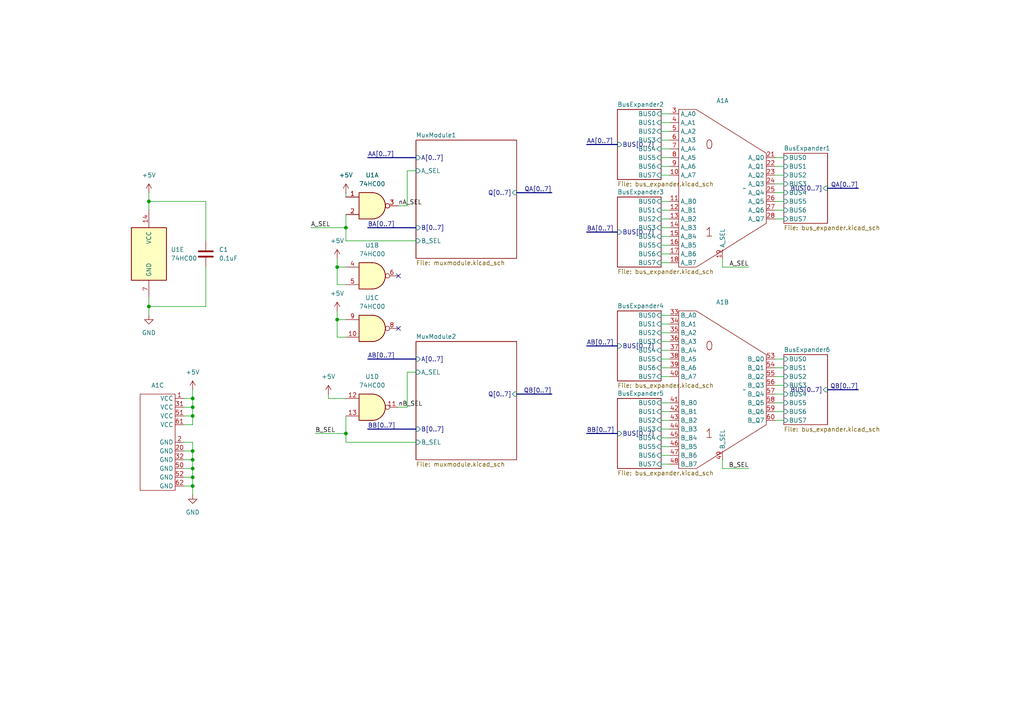
<source format=kicad_sch>
(kicad_sch (version 20231120) (generator "eeschema") (generator_version "8.0")
  (paper "A4")
  (lib_symbols
    (symbol "74xx:74HC00" (pin_names (offset 1.016))
      (property "Reference" "U" (at 0 1.27 0))
      (property "Value" "74HC00" (at 0 -1.27 0))
      (symbol "74HC00_1_1"
        (arc (start 0 -3.81) (mid 3.7934 0) (end 0 3.81) (stroke (width 0.254)) (fill (type background)))
        (polyline (pts (xy 0 3.81) (xy -3.81 3.81) (xy -3.81 -3.81) (xy 0 -3.81)) (stroke (width 0.254)) (fill (type background)))
        (pin input line (at -7.62 2.54 0) (length 3.81) (name "~") (number "1"))
        (pin input line (at -7.62 -2.54 0) (length 3.81) (name "~") (number "2"))
        (pin output inverted (at 7.62 0 180) (length 3.81) (name "~") (number "3"))
      )
      (symbol "74HC00_1_2"
        (arc (start -3.81 -3.81) (mid -2.589 0) (end -3.81 3.81) (stroke (width 0.254)))
        (arc (start -0.6096 -3.81) (mid 2.1842 -2.5851) (end 3.81 0) (stroke (width 0.254)) (fill (type background)))
        (polyline (pts (xy -3.81 -3.81) (xy -0.635 -3.81)) (stroke (width 0.254)) (fill (type background)))
        (polyline (pts (xy -3.81 3.81) (xy -0.635 3.81)) (stroke (width 0.254)) (fill (type background)))
        (polyline (pts (xy -0.635 3.81) (xy -3.81 3.81) (xy -3.81 3.81) (xy -3.556 3.4036) (xy -3.0226 2.2606) (xy -2.6924 1.0414) (xy -2.6162 -0.254) (xy -2.7686 -1.4986) (xy -3.175 -2.7178) (xy -3.81 -3.81) (xy -3.81 -3.81) (xy -0.635 -3.81)) (stroke (width -25.4)) (fill (type background)))
        (arc (start 3.81 0) (mid 2.1915 2.5936) (end -0.6096 3.81) (stroke (width 0.254)) (fill (type background)))
        (pin input inverted (at -7.62 2.54 0) (length 4.318) (name "~") (number "1"))
        (pin input inverted (at -7.62 -2.54 0) (length 4.318) (name "~") (number "2"))
        (pin output line (at 7.62 0 180) (length 3.81) (name "~") (number "3"))
      )
      (symbol "74HC00_2_1"
        (arc (start 0 -3.81) (mid 3.7934 0) (end 0 3.81) (stroke (width 0.254)) (fill (type background)))
        (polyline (pts (xy 0 3.81) (xy -3.81 3.81) (xy -3.81 -3.81) (xy 0 -3.81)) (stroke (width 0.254)) (fill (type background)))
        (pin input line (at -7.62 2.54 0) (length 3.81) (name "~") (number "4"))
        (pin input line (at -7.62 -2.54 0) (length 3.81) (name "~") (number "5"))
        (pin output inverted (at 7.62 0 180) (length 3.81) (name "~") (number "6"))
      )
      (symbol "74HC00_2_2"
        (arc (start -3.81 -3.81) (mid -2.589 0) (end -3.81 3.81) (stroke (width 0.254)))
        (arc (start -0.6096 -3.81) (mid 2.1842 -2.5851) (end 3.81 0) (stroke (width 0.254)) (fill (type background)))
        (polyline (pts (xy -3.81 -3.81) (xy -0.635 -3.81)) (stroke (width 0.254)) (fill (type background)))
        (polyline (pts (xy -3.81 3.81) (xy -0.635 3.81)) (stroke (width 0.254)) (fill (type background)))
        (polyline (pts (xy -0.635 3.81) (xy -3.81 3.81) (xy -3.81 3.81) (xy -3.556 3.4036) (xy -3.0226 2.2606) (xy -2.6924 1.0414) (xy -2.6162 -0.254) (xy -2.7686 -1.4986) (xy -3.175 -2.7178) (xy -3.81 -3.81) (xy -3.81 -3.81) (xy -0.635 -3.81)) (stroke (width -25.4)) (fill (type background)))
        (arc (start 3.81 0) (mid 2.1915 2.5936) (end -0.6096 3.81) (stroke (width 0.254)) (fill (type background)))
        (pin input inverted (at -7.62 2.54 0) (length 4.318) (name "~") (number "4"))
        (pin input inverted (at -7.62 -2.54 0) (length 4.318) (name "~") (number "5"))
        (pin output line (at 7.62 0 180) (length 3.81) (name "~") (number "6"))
      )
      (symbol "74HC00_3_1"
        (arc (start 0 -3.81) (mid 3.7934 0) (end 0 3.81) (stroke (width 0.254)) (fill (type background)))
        (polyline (pts (xy 0 3.81) (xy -3.81 3.81) (xy -3.81 -3.81) (xy 0 -3.81)) (stroke (width 0.254)) (fill (type background)))
        (pin input line (at -7.62 -2.54 0) (length 3.81) (name "~") (number "10"))
        (pin output inverted (at 7.62 0 180) (length 3.81) (name "~") (number "8"))
        (pin input line (at -7.62 2.54 0) (length 3.81) (name "~") (number "9"))
      )
      (symbol "74HC00_3_2"
        (arc (start -3.81 -3.81) (mid -2.589 0) (end -3.81 3.81) (stroke (width 0.254)))
        (arc (start -0.6096 -3.81) (mid 2.1842 -2.5851) (end 3.81 0) (stroke (width 0.254)) (fill (type background)))
        (polyline (pts (xy -3.81 -3.81) (xy -0.635 -3.81)) (stroke (width 0.254)) (fill (type background)))
        (polyline (pts (xy -3.81 3.81) (xy -0.635 3.81)) (stroke (width 0.254)) (fill (type background)))
        (polyline (pts (xy -0.635 3.81) (xy -3.81 3.81) (xy -3.81 3.81) (xy -3.556 3.4036) (xy -3.0226 2.2606) (xy -2.6924 1.0414) (xy -2.6162 -0.254) (xy -2.7686 -1.4986) (xy -3.175 -2.7178) (xy -3.81 -3.81) (xy -3.81 -3.81) (xy -0.635 -3.81)) (stroke (width -25.4)) (fill (type background)))
        (arc (start 3.81 0) (mid 2.1915 2.5936) (end -0.6096 3.81) (stroke (width 0.254)) (fill (type background)))
        (pin input inverted (at -7.62 -2.54 0) (length 4.318) (name "~") (number "10"))
        (pin output line (at 7.62 0 180) (length 3.81) (name "~") (number "8"))
        (pin input inverted (at -7.62 2.54 0) (length 4.318) (name "~") (number "9"))
      )
      (symbol "74HC00_4_1"
        (arc (start 0 -3.81) (mid 3.7934 0) (end 0 3.81) (stroke (width 0.254)) (fill (type background)))
        (polyline (pts (xy 0 3.81) (xy -3.81 3.81) (xy -3.81 -3.81) (xy 0 -3.81)) (stroke (width 0.254)) (fill (type background)))
        (pin output inverted (at 7.62 0 180) (length 3.81) (name "~") (number "11"))
        (pin input line (at -7.62 2.54 0) (length 3.81) (name "~") (number "12"))
        (pin input line (at -7.62 -2.54 0) (length 3.81) (name "~") (number "13"))
      )
      (symbol "74HC00_4_2"
        (arc (start -3.81 -3.81) (mid -2.589 0) (end -3.81 3.81) (stroke (width 0.254)))
        (arc (start -0.6096 -3.81) (mid 2.1842 -2.5851) (end 3.81 0) (stroke (width 0.254)) (fill (type background)))
        (polyline (pts (xy -3.81 -3.81) (xy -0.635 -3.81)) (stroke (width 0.254)) (fill (type background)))
        (polyline (pts (xy -3.81 3.81) (xy -0.635 3.81)) (stroke (width 0.254)) (fill (type background)))
        (polyline (pts (xy -0.635 3.81) (xy -3.81 3.81) (xy -3.81 3.81) (xy -3.556 3.4036) (xy -3.0226 2.2606) (xy -2.6924 1.0414) (xy -2.6162 -0.254) (xy -2.7686 -1.4986) (xy -3.175 -2.7178) (xy -3.81 -3.81) (xy -3.81 -3.81) (xy -0.635 -3.81)) (stroke (width -25.4)) (fill (type background)))
        (arc (start 3.81 0) (mid 2.1915 2.5936) (end -0.6096 3.81) (stroke (width 0.254)) (fill (type background)))
        (pin output line (at 7.62 0 180) (length 3.81) (name "~") (number "11"))
        (pin input inverted (at -7.62 2.54 0) (length 4.318) (name "~") (number "12"))
        (pin input inverted (at -7.62 -2.54 0) (length 4.318) (name "~") (number "13"))
      )
      (symbol "74HC00_5_0"
        (pin power_in line (at 0 12.7 270) (length 5.08) (name "VCC") (number "14"))
        (pin power_in line (at 0 -12.7 90) (length 5.08) (name "GND") (number "7"))
      )
      (symbol "74HC00_5_1"
        (rectangle (start -5.08 7.62) (end 5.08 -7.62) (stroke (width 0.254)) (fill (type background)))
      )
    )
    (symbol "Connector_Nandy:Dual_Mux_CardEdge"
      (property "Reference" "A" (at 0 24.13 0))
      (symbol "Dual_Mux_CardEdge_1_1"
        (polyline (pts (xy -12.7 22.86) (xy -12.7 -22.86)))
        (polyline (pts (xy 12.7 10.16) (xy 12.7 -10.16)))
        (polyline (pts (xy 12.7 -10.16) (xy -7.62 -22.86) (xy -12.7 -22.86)))
        (polyline (pts (xy 12.7 10.16) (xy -7.62 22.86) (xy -12.7 22.86)))
        (text "0" (at -3.81 12.7 0) (effects (font (size 2.54 2.54))))
        (text "1" (at -3.81 -12.7 0) (effects (font (size 2.54 2.54))))
        (pin output line (at -15.24 3.81 0) (length 2.54) (name "A_A7") (number "10"))
        (pin output line (at -15.24 -3.81 0) (length 2.54) (name "A_B0") (number "11"))
        (pin output line (at -15.24 -6.35 0) (length 2.54) (name "A_B1") (number "12"))
        (pin output line (at -15.24 -8.89 0) (length 2.54) (name "A_B2") (number "13"))
        (pin output line (at -15.24 -11.43 0) (length 2.54) (name "A_B3") (number "14"))
        (pin output line (at -15.24 -13.97 0) (length 2.54) (name "A_B4") (number "15"))
        (pin output line (at -15.24 -16.51 0) (length 2.54) (name "A_B5") (number "16"))
        (pin output line (at -15.24 -19.05 0) (length 2.54) (name "A_B6") (number "17"))
        (pin output line (at -15.24 -21.59 0) (length 2.54) (name "A_B7") (number "18"))
        (pin output line (at 0 -20.32 90) (length 2.54) (name "A_SEL") (number "19"))
        (pin input line (at 15.24 8.89 180) (length 2.54) (name "A_Q0") (number "21"))
        (pin input line (at 15.24 6.35 180) (length 2.54) (name "A_Q1") (number "22"))
        (pin input line (at 15.24 3.81 180) (length 2.54) (name "A_Q2") (number "23"))
        (pin input line (at 15.24 1.27 180) (length 2.54) (name "A_Q3") (number "24"))
        (pin input line (at 15.24 -1.27 180) (length 2.54) (name "A_Q4") (number "25"))
        (pin input line (at 15.24 -3.81 180) (length 2.54) (name "A_Q5") (number "26"))
        (pin input line (at 15.24 -6.35 180) (length 2.54) (name "A_Q6") (number "27"))
        (pin input line (at 15.24 -8.89 180) (length 2.54) (name "A_Q7") (number "28"))
        (pin output line (at -15.24 21.59 0) (length 2.54) (name "A_A0") (number "3"))
        (pin output line (at -15.24 19.05 0) (length 2.54) (name "A_A1") (number "4"))
        (pin output line (at -15.24 16.51 0) (length 2.54) (name "A_A2") (number "5"))
        (pin output line (at -15.24 13.97 0) (length 2.54) (name "A_A3") (number "6"))
        (pin output line (at -15.24 11.43 0) (length 2.54) (name "A_A4") (number "7"))
        (pin output line (at -15.24 8.89 0) (length 2.54) (name "A_A5") (number "8"))
        (pin output line (at -15.24 6.35 0) (length 2.54) (name "A_A6") (number "9"))
      )
      (symbol "Dual_Mux_CardEdge_2_1"
        (polyline (pts (xy -12.7 22.86) (xy -12.7 -22.86)))
        (polyline (pts (xy 12.7 10.16) (xy 12.7 -10.16)))
        (polyline (pts (xy 12.7 -10.16) (xy -7.62 -22.86) (xy -12.7 -22.86)))
        (polyline (pts (xy 12.7 10.16) (xy -7.62 22.86) (xy -12.7 22.86)))
        (text "0" (at -3.81 12.7 0) (effects (font (size 2.54 2.54))))
        (text "1" (at -3.81 -12.7 0) (effects (font (size 2.54 2.54))))
        (pin output line (at -15.24 21.59 0) (length 2.54) (name "B_A0") (number "33"))
        (pin output line (at -15.24 19.05 0) (length 2.54) (name "B_A1") (number "34"))
        (pin output line (at -15.24 16.51 0) (length 2.54) (name "B_A2") (number "35"))
        (pin output line (at -15.24 13.97 0) (length 2.54) (name "B_A3") (number "36"))
        (pin output line (at -15.24 11.43 0) (length 2.54) (name "B_A4") (number "37"))
        (pin output line (at -15.24 8.89 0) (length 2.54) (name "B_A5") (number "38"))
        (pin output line (at -15.24 6.35 0) (length 2.54) (name "B_A6") (number "39"))
        (pin output line (at -15.24 3.81 0) (length 2.54) (name "B_A7") (number "40"))
        (pin output line (at -15.24 -3.81 0) (length 2.54) (name "B_B0") (number "41"))
        (pin output line (at -15.24 -6.35 0) (length 2.54) (name "B_B1") (number "42"))
        (pin output line (at -15.24 -8.89 0) (length 2.54) (name "B_B2") (number "43"))
        (pin output line (at -15.24 -11.43 0) (length 2.54) (name "B_B3") (number "44"))
        (pin output line (at -15.24 -13.97 0) (length 2.54) (name "B_B4") (number "45"))
        (pin output line (at -15.24 -16.51 0) (length 2.54) (name "B_B5") (number "46"))
        (pin output line (at -15.24 -19.05 0) (length 2.54) (name "B_B6") (number "47"))
        (pin output line (at -15.24 -21.59 0) (length 2.54) (name "B_B7") (number "48"))
        (pin output line (at 0 -20.32 90) (length 2.54) (name "B_SEL") (number "49"))
        (pin input line (at 15.24 8.89 180) (length 2.54) (name "B_Q0") (number "53"))
        (pin input line (at 15.24 6.35 180) (length 2.54) (name "B_Q1") (number "54"))
        (pin input line (at 15.24 3.81 180) (length 2.54) (name "B_Q2") (number "55"))
        (pin input line (at 15.24 1.27 180) (length 2.54) (name "B_Q3") (number "56"))
        (pin input line (at 15.24 -1.27 180) (length 2.54) (name "B_Q4") (number "57"))
        (pin input line (at 15.24 -3.81 180) (length 2.54) (name "B_Q5") (number "58"))
        (pin input line (at 15.24 -6.35 180) (length 2.54) (name "B_Q6") (number "59"))
        (pin input line (at 15.24 -8.89 180) (length 2.54) (name "B_Q7") (number "60"))
      )
      (symbol "Dual_Mux_CardEdge_3_1"
        (rectangle (start -5.08 13.97) (end 5.08 -13.97))
        (pin power_out line (at 7.62 12.7 180) (length 2.54) (name "VCC") (number "1"))
        (pin power_out line (at 7.62 0 180) (length 2.54) (name "GND") (number "2"))
        (pin passive line (at 7.62 -2.54 180) (length 2.54) (name "GND") (number "20"))
        (pin passive line (at 7.62 10.16 180) (length 2.54) (name "VCC") (number "31"))
        (pin passive line (at 7.62 -5.08 180) (length 2.54) (name "GND") (number "32"))
        (pin passive line (at 7.62 -7.62 180) (length 2.54) (name "GND") (number "50"))
        (pin passive line (at 7.62 7.62 180) (length 2.54) (name "VCC") (number "51"))
        (pin passive line (at 7.62 -10.16 180) (length 2.54) (name "GND") (number "52"))
        (pin passive line (at 7.62 5.08 180) (length 2.54) (name "VCC") (number "61"))
        (pin passive line (at 7.62 -12.7 180) (length 2.54) (name "GND") (number "62"))
      )
    )
    (symbol "Device:C" (pin_numbers hide) (pin_names (offset 0.254))
      (property "Reference" "C" (at 0.635 2.54 0))
      (property "Value" "C" (at 0.635 -2.54 0))
      (symbol "C_0_1"
        (polyline (pts (xy -2.032 -0.762) (xy 2.032 -0.762)) (stroke (width 0.508)))
        (polyline (pts (xy -2.032 0.762) (xy 2.032 0.762)) (stroke (width 0.508)))
      )
      (symbol "C_1_1"
        (pin passive line (at 0 3.81 270) (length 2.794) (name "~") (number "1"))
        (pin passive line (at 0 -3.81 90) (length 2.794) (name "~") (number "2"))
      )
    )
    (symbol "power:+5V" (power) (pin_numbers hide) (pin_names (offset 0) hide)
      (property "Value" "+5V" (at 0 3.556 0))
      (symbol "+5V_0_1"
        (polyline (pts (xy -0.762 1.27) (xy 0 2.54)))
        (polyline (pts (xy 0 0) (xy 0 2.54)))
        (polyline (pts (xy 0 2.54) (xy 0.762 1.27)))
      )
      (symbol "+5V_1_1"
        (pin power_in line (at 0 0 90) (length 0) (name "~") (number "1"))
      )
    )
    (symbol "power:GND" (power) (pin_numbers hide) (pin_names (offset 0) hide)
      (property "Value" "GND" (at 0 -3.81 0))
      (symbol "GND_0_1"
        (polyline (pts (xy 0 0) (xy 0 -1.27) (xy 1.27 -1.27) (xy 0 -2.54) (xy -1.27 -1.27) (xy 0 -1.27)))
      )
      (symbol "GND_1_1"
        (pin power_in line (at 0 0 270) (length 0) (name "~") (number "1"))
      )
    )
  )
  (junction (at 55.88 138.43))
  (junction (at 100.33 66.04))
  (junction (at 55.88 130.81))
  (junction (at 55.88 140.97))
  (junction (at 97.79 77.47))
  (junction (at 55.88 118.11))
  (junction (at 97.79 92.71))
  (junction (at 55.88 133.35))
  (junction (at 43.18 88.9))
  (junction (at 55.88 120.65))
  (junction (at 55.88 135.89))
  (junction (at 55.88 115.57))
  (junction (at 43.18 58.42))
  (junction (at 100.33 125.73))
  (no_connect (at 115.57 80.01))
  (no_connect (at 115.57 95.25))
  (wire (pts (xy 191.77 132.08) (xy 194.31 132.08)))
  (wire (pts (xy 53.34 135.89) (xy 55.88 135.89)))
  (wire (pts (xy 115.57 59.69) (xy 118.11 59.69)))
  (wire (pts (xy 55.88 140.97) (xy 55.88 138.43)))
  (wire (pts (xy 55.88 118.11) (xy 55.88 115.57)))
  (bus (pts (xy 170.18 67.31) (xy 179.07 67.31)))
  (wire (pts (xy 191.77 109.22) (xy 194.31 109.22)))
  (wire (pts (xy 224.79 63.5) (xy 227.33 63.5)))
  (wire (pts (xy 55.88 123.19) (xy 55.88 120.65)))
  (wire (pts (xy 224.79 109.22) (xy 227.33 109.22)))
  (wire (pts (xy 209.55 74.93) (xy 209.55 77.47)))
  (wire (pts (xy 118.11 107.95) (xy 118.11 118.11)))
  (wire (pts (xy 118.11 59.69) (xy 118.11 49.53)))
  (wire (pts (xy 120.65 69.85) (xy 100.33 69.85)))
  (wire (pts (xy 191.77 106.68) (xy 194.31 106.68)))
  (wire (pts (xy 224.79 116.84) (xy 227.33 116.84)))
  (wire (pts (xy 224.79 48.26) (xy 227.33 48.26)))
  (wire (pts (xy 191.77 99.06) (xy 194.31 99.06)))
  (wire (pts (xy 191.77 121.92) (xy 194.31 121.92)))
  (wire (pts (xy 191.77 68.58) (xy 194.31 68.58)))
  (wire (pts (xy 224.79 119.38) (xy 227.33 119.38)))
  (wire (pts (xy 191.77 50.8) (xy 194.31 50.8)))
  (wire (pts (xy 191.77 119.38) (xy 194.31 119.38)))
  (wire (pts (xy 118.11 49.53) (xy 120.65 49.53)))
  (wire (pts (xy 224.79 104.14) (xy 227.33 104.14)))
  (wire (pts (xy 97.79 92.71) (xy 100.33 92.71)))
  (bus (pts (xy 240.03 113.03) (xy 248.92 113.03)))
  (bus (pts (xy 240.03 54.61) (xy 248.92 54.61)))
  (wire (pts (xy 191.77 66.04) (xy 194.31 66.04)))
  (wire (pts (xy 55.88 133.35) (xy 55.88 130.81)))
  (wire (pts (xy 53.34 118.11) (xy 55.88 118.11)))
  (wire (pts (xy 224.79 58.42) (xy 227.33 58.42)))
  (wire (pts (xy 53.34 140.97) (xy 55.88 140.97)))
  (wire (pts (xy 100.33 128.27) (xy 100.33 125.73)))
  (wire (pts (xy 100.33 66.04) (xy 100.33 62.23)))
  (wire (pts (xy 191.77 45.72) (xy 194.31 45.72)))
  (wire (pts (xy 224.79 55.88) (xy 227.33 55.88)))
  (wire (pts (xy 53.34 120.65) (xy 55.88 120.65)))
  (bus (pts (xy 170.18 125.73) (xy 179.07 125.73)))
  (wire (pts (xy 59.69 58.42) (xy 43.18 58.42)))
  (wire (pts (xy 43.18 55.88) (xy 43.18 58.42)))
  (wire (pts (xy 55.88 130.81) (xy 53.34 130.81)))
  (wire (pts (xy 100.33 125.73) (xy 100.33 120.65)))
  (wire (pts (xy 90.17 66.04) (xy 100.33 66.04)))
  (wire (pts (xy 55.88 128.27) (xy 55.88 130.81)))
  (wire (pts (xy 224.79 106.68) (xy 227.33 106.68)))
  (bus (pts (xy 106.68 45.72) (xy 120.65 45.72)))
  (bus (pts (xy 170.18 41.91) (xy 179.07 41.91)))
  (wire (pts (xy 120.65 128.27) (xy 100.33 128.27)))
  (wire (pts (xy 209.55 133.35) (xy 209.55 135.89)))
  (wire (pts (xy 224.79 60.96) (xy 227.33 60.96)))
  (wire (pts (xy 191.77 116.84) (xy 194.31 116.84)))
  (wire (pts (xy 55.88 115.57) (xy 55.88 113.03)))
  (wire (pts (xy 59.69 77.47) (xy 59.69 88.9)))
  (wire (pts (xy 120.65 107.95) (xy 118.11 107.95)))
  (wire (pts (xy 91.44 125.73) (xy 100.33 125.73)))
  (wire (pts (xy 100.33 97.79) (xy 97.79 97.79)))
  (wire (pts (xy 191.77 134.62) (xy 194.31 134.62)))
  (bus (pts (xy 106.68 66.04) (xy 120.65 66.04)))
  (wire (pts (xy 191.77 63.5) (xy 194.31 63.5)))
  (bus (pts (xy 106.68 124.46) (xy 120.65 124.46)))
  (wire (pts (xy 191.77 43.18) (xy 194.31 43.18)))
  (wire (pts (xy 59.69 88.9) (xy 43.18 88.9)))
  (wire (pts (xy 191.77 93.98) (xy 194.31 93.98)))
  (wire (pts (xy 224.79 45.72) (xy 227.33 45.72)))
  (wire (pts (xy 191.77 58.42) (xy 194.31 58.42)))
  (wire (pts (xy 97.79 77.47) (xy 97.79 74.93)))
  (wire (pts (xy 209.55 77.47) (xy 217.17 77.47)))
  (wire (pts (xy 115.57 118.11) (xy 118.11 118.11)))
  (wire (pts (xy 43.18 58.42) (xy 43.18 60.96)))
  (wire (pts (xy 97.79 82.55) (xy 97.79 77.47)))
  (wire (pts (xy 100.33 57.15) (xy 100.33 55.88)))
  (wire (pts (xy 97.79 90.17) (xy 97.79 92.71)))
  (wire (pts (xy 191.77 91.44) (xy 194.31 91.44)))
  (wire (pts (xy 53.34 133.35) (xy 55.88 133.35)))
  (wire (pts (xy 55.88 138.43) (xy 55.88 135.89)))
  (wire (pts (xy 95.25 115.57) (xy 95.25 114.3)))
  (wire (pts (xy 55.88 143.51) (xy 55.88 140.97)))
  (wire (pts (xy 43.18 88.9) (xy 43.18 91.44)))
  (wire (pts (xy 191.77 40.64) (xy 194.31 40.64)))
  (wire (pts (xy 224.79 111.76) (xy 227.33 111.76)))
  (wire (pts (xy 191.77 96.52) (xy 194.31 96.52)))
  (wire (pts (xy 224.79 53.34) (xy 227.33 53.34)))
  (wire (pts (xy 191.77 129.54) (xy 194.31 129.54)))
  (wire (pts (xy 100.33 115.57) (xy 95.25 115.57)))
  (wire (pts (xy 97.79 97.79) (xy 97.79 92.71)))
  (wire (pts (xy 224.79 50.8) (xy 227.33 50.8)))
  (wire (pts (xy 55.88 120.65) (xy 55.88 118.11)))
  (wire (pts (xy 191.77 76.2) (xy 194.31 76.2)))
  (wire (pts (xy 191.77 73.66) (xy 194.31 73.66)))
  (wire (pts (xy 53.34 128.27) (xy 55.88 128.27)))
  (wire (pts (xy 224.79 114.3) (xy 227.33 114.3)))
  (wire (pts (xy 191.77 104.14) (xy 194.31 104.14)))
  (wire (pts (xy 191.77 127) (xy 194.31 127)))
  (wire (pts (xy 224.79 121.92) (xy 227.33 121.92)))
  (wire (pts (xy 191.77 124.46) (xy 194.31 124.46)))
  (bus (pts (xy 170.18 100.33) (xy 179.07 100.33)))
  (wire (pts (xy 59.69 69.85) (xy 59.69 58.42)))
  (wire (pts (xy 53.34 138.43) (xy 55.88 138.43)))
  (wire (pts (xy 209.55 135.89) (xy 217.17 135.89)))
  (bus (pts (xy 149.86 55.88) (xy 160.02 55.88)))
  (wire (pts (xy 97.79 77.47) (xy 100.33 77.47)))
  (wire (pts (xy 43.18 88.9) (xy 43.18 86.36)))
  (wire (pts (xy 191.77 101.6) (xy 194.31 101.6)))
  (wire (pts (xy 191.77 33.02) (xy 194.31 33.02)))
  (wire (pts (xy 191.77 60.96) (xy 194.31 60.96)))
  (wire (pts (xy 100.33 69.85) (xy 100.33 66.04)))
  (wire (pts (xy 53.34 123.19) (xy 55.88 123.19)))
  (wire (pts (xy 191.77 35.56) (xy 194.31 35.56)))
  (wire (pts (xy 191.77 48.26) (xy 194.31 48.26)))
  (wire (pts (xy 191.77 71.12) (xy 194.31 71.12)))
  (bus (pts (xy 149.86 114.3) (xy 160.02 114.3)))
  (wire (pts (xy 191.77 38.1) (xy 194.31 38.1)))
  (bus (pts (xy 106.68 104.14) (xy 120.65 104.14)))
  (wire (pts (xy 53.34 115.57) (xy 55.88 115.57)))
  (wire (pts (xy 100.33 82.55) (xy 97.79 82.55)))
  (wire (pts (xy 55.88 135.89) (xy 55.88 133.35)))
  (label "BA[0..7]" (at 106.68 66.04 0))
  (label "BB[0..7]" (at 106.68 124.46 0))
  (label "BB[0..7]" (at 170.18 125.73 0))
  (label "A_SEL" (at 90.17 66.04 0))
  (label "A_SEL" (at 217.17 77.47 180))
  (label "AA[0..7]" (at 106.68 45.72 0))
  (label "B_SEL" (at 91.44 125.73 0))
  (label "QB[0..7]" (at 160.02 114.3 180))
  (label "AA[0..7]" (at 170.18 41.91 0))
  (label "B_SEL" (at 217.17 135.89 180))
  (label "QB[0..7]" (at 248.92 113.03 180))
  (label "AB[0..7]" (at 170.18 100.33 0))
  (label "BA[0..7]" (at 170.18 67.31 0))
  (label "nA_SEL" (at 115.57 59.69 0))
  (label "QA[0..7]" (at 248.92 54.61 180))
  (label "AB[0..7]" (at 106.68 104.14 0))
  (label "nB_SEL" (at 115.57 118.11 0))
  (label "QA[0..7]" (at 160.02 55.88 180))
  (symbol (lib_id "74xx:74HC00") (at 107.95 118.11 0) (unit 4)
    (property "Reference" "U1" (at 107.9417 109.22 0))
    (property "Value" "74HC00" (at 107.9417 111.76 0))
    (property "Footprint" "Package_DIP:DIP-14_W7.62mm_Socket" (effects (hide yes)))
    (property "Datasheet" "http://www.ti.com/lit/gpn/sn74hc00" (effects (hide yes)))
    (property "Description" "quad 2-input NAND gate" (effects (hide yes)))
  )
  (symbol (lib_id "74xx:74HC00") (at 43.18 73.66 0) (unit 5)
    (property "Reference" "U1" (at 49.53 72.39 0) (effects (justify left)))
    (property "Value" "74HC00" (at 49.53 74.93 0) (effects (justify left)))
    (property "Footprint" "Package_DIP:DIP-14_W7.62mm_Socket" (effects (hide yes)))
    (property "Datasheet" "http://www.ti.com/lit/gpn/sn74hc00" (effects (hide yes)))
    (property "Description" "quad 2-input NAND gate" (effects (hide yes)))
  )
  (symbol (lib_id "Device:C") (at 59.69 73.66 0) (unit 1)
    (property "Reference" "C1" (at 63.5 72.3899 0) (effects (justify left)))
    (property "Value" "0.1uF" (at 63.5 74.9299 0) (effects (justify left)))
    (property "Footprint" "Capacitor_THT:C_Disc_D4.3mm_W1.9mm_P5.00mm" (effects (hide yes)))
    (property "Description" "Unpolarized capacitor" (effects (hide yes)))
  )
  (symbol (lib_id "74xx:74HC00") (at 107.95 95.25 0) (unit 3)
    (property "Reference" "U1" (at 107.9417 86.36 0))
    (property "Value" "74HC00" (at 107.9417 88.9 0))
    (property "Footprint" "Package_DIP:DIP-14_W7.62mm_Socket" (effects (hide yes)))
    (property "Datasheet" "http://www.ti.com/lit/gpn/sn74hc00" (effects (hide yes)))
    (property "Description" "quad 2-input NAND gate" (effects (hide yes)))
  )
  (symbol (lib_id "power:+5V") (at 100.33 55.88 0) (unit 1)
    (property "Reference" "#PWR03" (effects (hide yes)))
    (property "Value" "+5V" (at 100.33 50.8 0))
    (property "Description" "Power symbol creates a global label with name \"+5V\"" (effects (hide yes)))
  )
  (symbol (lib_id "power:+5V") (at 55.88 113.03 0) (unit 1)
    (property "Reference" "#PWR031" (effects (hide yes)))
    (property "Value" "+5V" (at 55.88 107.95 0))
    (property "Description" "Power symbol creates a global label with name \"+5V\"" (effects (hide yes)))
  )
  (symbol (lib_id "74xx:74HC00") (at 107.95 80.01 0) (unit 2)
    (property "Reference" "U1" (at 107.9417 71.12 0))
    (property "Value" "74HC00" (at 107.9417 73.66 0))
    (property "Footprint" "Package_DIP:DIP-14_W7.62mm_Socket" (effects (hide yes)))
    (property "Datasheet" "http://www.ti.com/lit/gpn/sn74hc00" (effects (hide yes)))
    (property "Description" "quad 2-input NAND gate" (effects (hide yes)))
  )
  (symbol (lib_id "74xx:74HC00") (at 107.95 59.69 0) (unit 1)
    (property "Reference" "U1" (at 107.9417 50.8 0))
    (property "Value" "74HC00" (at 107.9417 53.34 0))
    (property "Footprint" "Package_DIP:DIP-14_W7.62mm_Socket" (effects (hide yes)))
    (property "Datasheet" "http://www.ti.com/lit/gpn/sn74hc00" (effects (hide yes)))
    (property "Description" "quad 2-input NAND gate" (effects (hide yes)))
  )
  (symbol (lib_id "power:+5V") (at 43.18 55.88 0) (unit 1)
    (property "Reference" "#PWR01" (effects (hide yes)))
    (property "Value" "+5V" (at 43.18 50.8 0))
    (property "Description" "Power symbol creates a global label with name \"+5V\"" (effects (hide yes)))
  )
  (symbol (lib_id "power:GND") (at 55.88 143.51 0) (unit 1)
    (property "Reference" "#PWR032" (effects (hide yes)))
    (property "Value" "GND" (at 55.88 148.59 0))
    (property "Description" "Power symbol creates a global label with name \"GND\" , ground" (effects (hide yes)))
  )
  (symbol (lib_id "Connector_Nandy:Dual_Mux_CardEdge") (at 45.72 128.27 0) (unit 3)
    (property "Reference" "A1" (at 45.72 111.76 0))
    (property "Value" "~" (at 52.07 128.27 0))
    (property "Footprint" "Connector_Nandy:EDAC_395-DualMux-CardEdge" (effects (hide yes)))
  )
  (symbol (lib_id "power:+5V") (at 97.79 90.17 0) (unit 1)
    (property "Reference" "#PWR06" (effects (hide yes)))
    (property "Value" "+5V" (at 97.79 85.09 0))
    (property "Description" "Power symbol creates a global label with name \"+5V\"" (effects (hide yes)))
  )
  (symbol (lib_id "Connector_Nandy:Dual_Mux_CardEdge") (at 209.55 113.03 0) (unit 2)
    (property "Reference" "A1" (at 209.55 87.63 0))
    (property "Value" "~" (at 215.9 113.03 0))
    (property "Footprint" "Connector_Nandy:EDAC_395-DualMux-CardEdge" (effects (hide yes)))
  )
  (symbol (lib_id "power:+5V") (at 97.79 74.93 0) (unit 1)
    (property "Reference" "#PWR05" (effects (hide yes)))
    (property "Value" "+5V" (at 97.79 69.85 0))
    (property "Description" "Power symbol creates a global label with name \"+5V\"" (effects (hide yes)))
  )
  (symbol (lib_id "power:+5V") (at 95.25 114.3 0) (unit 1)
    (property "Reference" "#PWR04" (effects (hide yes)))
    (property "Value" "+5V" (at 95.25 109.22 0))
    (property "Description" "Power symbol creates a global label with name \"+5V\"" (effects (hide yes)))
  )
  (symbol (lib_id "Connector_Nandy:Dual_Mux_CardEdge") (at 209.55 54.61 0) (unit 1)
    (property "Reference" "A1" (at 209.55 29.21 0))
    (property "Value" "~" (at 215.9 54.61 0))
    (property "Footprint" "Connector_Nandy:EDAC_395-DualMux-CardEdge" (effects (hide yes)))
  )
  (symbol (lib_id "power:GND") (at 43.18 91.44 0) (unit 1)
    (property "Reference" "#PWR02" (effects (hide yes)))
    (property "Value" "GND" (at 43.18 96.52 0))
    (property "Description" "Power symbol creates a global label with name \"GND\" , ground" (effects (hide yes)))
  )
  (sheet (at 120.65 99.06) (size 29.21 34.29) (stroke (width 0.1524))
    (property "Sheetname" "MuxModule2" (at 120.65 98.3484 0) (effects (justify left bottom)))
    (property "Sheetfile" "muxmodule.kicad_sch" (at 120.65 133.9346 0) (effects (justify left top)))
    (pin "B_SEL" input (at 120.65 128.27 180))
    (pin "A_SEL" input (at 120.65 107.95 180))
    (pin "A[0..7]" input (at 120.65 104.14 180))
    (pin "B[0..7]" input (at 120.65 124.46 180))
    (pin "Q[0..7]" input (at 149.86 114.3 0))
  )
  (sheet (at 179.07 31.75) (size 12.7 20.32) (stroke (width 0.1524))
    (property "Sheetname" "BusExpander2" (at 179.07 31.0384 0) (effects (justify left bottom)))
    (property "Sheetfile" "bus_expander.kicad_sch" (at 179.07 52.6546 0) (effects (justify left top)))
    (pin "BUS[0..7]" input (at 179.07 41.91 180))
    (pin "BUS4" input (at 191.77 43.18 0))
    (pin "BUS5" input (at 191.77 45.72 0))
    (pin "BUS6" input (at 191.77 48.26 0))
    (pin "BUS7" input (at 191.77 50.8 0))
    (pin "BUS0" input (at 191.77 33.02 0))
    (pin "BUS1" input (at 191.77 35.56 0))
    (pin "BUS3" input (at 191.77 40.64 0))
    (pin "BUS2" input (at 191.77 38.1 0))
  )
  (sheet (at 179.07 57.15) (size 12.7 20.32) (stroke (width 0.1524))
    (property "Sheetname" "BusExpander3" (at 179.07 56.4384 0) (effects (justify left bottom)))
    (property "Sheetfile" "bus_expander.kicad_sch" (at 179.07 78.0546 0) (effects (justify left top)))
    (pin "BUS[0..7]" input (at 179.07 67.31 180))
    (pin "BUS4" input (at 191.77 68.58 0))
    (pin "BUS5" input (at 191.77 71.12 0))
    (pin "BUS6" input (at 191.77 73.66 0))
    (pin "BUS7" input (at 191.77 76.2 0))
    (pin "BUS0" input (at 191.77 58.42 0))
    (pin "BUS1" input (at 191.77 60.96 0))
    (pin "BUS3" input (at 191.77 66.04 0))
    (pin "BUS2" input (at 191.77 63.5 0))
  )
  (sheet (at 120.65 40.64) (size 29.21 34.29) (stroke (width 0.1524))
    (property "Sheetname" "MuxModule1" (at 120.65 39.9284 0) (effects (justify left bottom)))
    (property "Sheetfile" "muxmodule.kicad_sch" (at 120.65 75.5146 0) (effects (justify left top)))
    (pin "B_SEL" input (at 120.65 69.85 180))
    (pin "A_SEL" input (at 120.65 49.53 180))
    (pin "A[0..7]" input (at 120.65 45.72 180))
    (pin "B[0..7]" input (at 120.65 66.04 180))
    (pin "Q[0..7]" input (at 149.86 55.88 0))
  )
  (sheet (at 179.07 90.17) (size 12.7 20.32) (stroke (width 0.1524))
    (property "Sheetname" "BusExpander4" (at 179.07 89.4584 0) (effects (justify left bottom)))
    (property "Sheetfile" "bus_expander.kicad_sch" (at 179.07 111.0746 0) (effects (justify left top)))
    (pin "BUS[0..7]" input (at 179.07 100.33 180))
    (pin "BUS4" input (at 191.77 101.6 0))
    (pin "BUS5" input (at 191.77 104.14 0))
    (pin "BUS6" input (at 191.77 106.68 0))
    (pin "BUS7" input (at 191.77 109.22 0))
    (pin "BUS0" input (at 191.77 91.44 0))
    (pin "BUS1" input (at 191.77 93.98 0))
    (pin "BUS3" input (at 191.77 99.06 0))
    (pin "BUS2" input (at 191.77 96.52 0))
  )
  (sheet (at 227.33 44.45) (size 12.7 20.32) (stroke (width 0.1524))
    (property "Sheetname" "BusExpander1" (at 227.33 43.7384 0) (effects (justify left bottom)))
    (property "Sheetfile" "bus_expander.kicad_sch" (at 227.33 65.3546 0) (effects (justify left top)))
    (pin "BUS[0..7]" input (at 240.03 54.61 0))
    (pin "BUS4" input (at 227.33 55.88 180))
    (pin "BUS5" input (at 227.33 58.42 180))
    (pin "BUS6" input (at 227.33 60.96 180))
    (pin "BUS7" input (at 227.33 63.5 180))
    (pin "BUS0" input (at 227.33 45.72 180))
    (pin "BUS1" input (at 227.33 48.26 180))
    (pin "BUS3" input (at 227.33 53.34 180))
    (pin "BUS2" input (at 227.33 50.8 180))
  )
  (sheet (at 227.33 102.87) (size 12.7 20.32) (stroke (width 0.1524))
    (property "Sheetname" "BusExpander6" (at 227.33 102.1584 0) (effects (justify left bottom)))
    (property "Sheetfile" "bus_expander.kicad_sch" (at 227.33 123.7746 0) (effects (justify left top)))
    (pin "BUS[0..7]" input (at 240.03 113.03 0))
    (pin "BUS4" input (at 227.33 114.3 180))
    (pin "BUS5" input (at 227.33 116.84 180))
    (pin "BUS6" input (at 227.33 119.38 180))
    (pin "BUS7" input (at 227.33 121.92 180))
    (pin "BUS0" input (at 227.33 104.14 180))
    (pin "BUS1" input (at 227.33 106.68 180))
    (pin "BUS3" input (at 227.33 111.76 180))
    (pin "BUS2" input (at 227.33 109.22 180))
  )
  (sheet (at 179.07 115.57) (size 12.7 20.32) (stroke (width 0.1524))
    (property "Sheetname" "BusExpander5" (at 179.07 114.8584 0) (effects (justify left bottom)))
    (property "Sheetfile" "bus_expander.kicad_sch" (at 179.07 136.4746 0) (effects (justify left top)))
    (pin "BUS[0..7]" input (at 179.07 125.73 180))
    (pin "BUS4" input (at 191.77 127 0))
    (pin "BUS5" input (at 191.77 129.54 0))
    (pin "BUS6" input (at 191.77 132.08 0))
    (pin "BUS7" input (at 191.77 134.62 0))
    (pin "BUS0" input (at 191.77 116.84 0))
    (pin "BUS1" input (at 191.77 119.38 0))
    (pin "BUS3" input (at 191.77 124.46 0))
    (pin "BUS2" input (at 191.77 121.92 0))
  )
)
</source>
